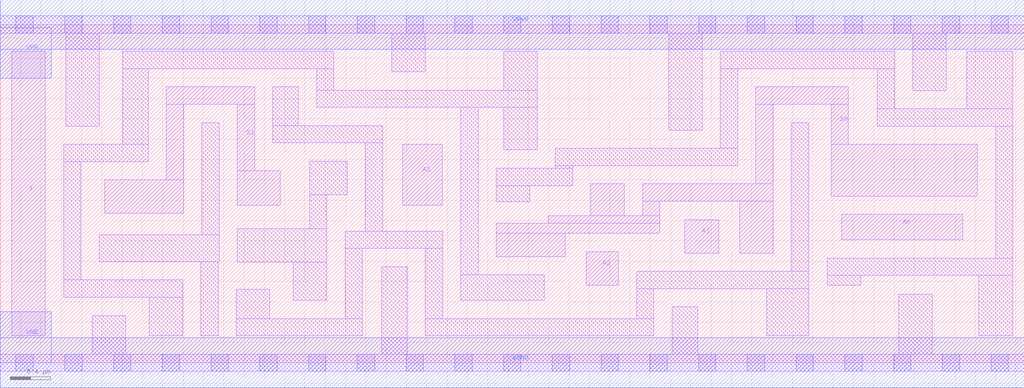
<source format=lef>
# Copyright 2020 The SkyWater PDK Authors
#
# Licensed under the Apache License, Version 2.0 (the "License");
# you may not use this file except in compliance with the License.
# You may obtain a copy of the License at
#
#     https://www.apache.org/licenses/LICENSE-2.0
#
# Unless required by applicable law or agreed to in writing, software
# distributed under the License is distributed on an "AS IS" BASIS,
# WITHOUT WARRANTIES OR CONDITIONS OF ANY KIND, either express or implied.
# See the License for the specific language governing permissions and
# limitations under the License.
#
# SPDX-License-Identifier: Apache-2.0

VERSION 5.5 ;
NAMESCASESENSITIVE ON ;
BUSBITCHARS "[]" ;
DIVIDERCHAR "/" ;
MACRO sky130_fd_sc_lp__mux4_lp
  CLASS CORE ;
  SOURCE USER ;
  ORIGIN  0.000000  0.000000 ;
  SIZE  10.08000 BY  3.330000 ;
  SYMMETRY X Y R90 ;
  SITE unit ;
  PIN A0
    ANTENNAGATEAREA  0.313000 ;
    DIRECTION INPUT ;
    USE SIGNAL ;
    PORT
      LAYER li1 ;
        RECT 8.285000 1.210000 9.475000 1.460000 ;
    END
  END A0
  PIN A1
    ANTENNAGATEAREA  0.313000 ;
    DIRECTION INPUT ;
    USE SIGNAL ;
    PORT
      LAYER li1 ;
        RECT 6.740000 1.080000 7.075000 1.410000 ;
    END
  END A1
  PIN A2
    ANTENNAGATEAREA  0.313000 ;
    DIRECTION INPUT ;
    USE SIGNAL ;
    PORT
      LAYER li1 ;
        RECT 5.770000 0.765000 6.085000 1.095000 ;
    END
  END A2
  PIN A3
    ANTENNAGATEAREA  0.313000 ;
    DIRECTION INPUT ;
    USE SIGNAL ;
    PORT
      LAYER li1 ;
        RECT 3.965000 1.550000 4.350000 2.150000 ;
    END
  END A3
  PIN S0
    ANTENNAGATEAREA  1.002000 ;
    DIRECTION INPUT ;
    USE SIGNAL ;
    PORT
      LAYER li1 ;
        RECT 4.885000 1.045000 5.565000 1.275000 ;
        RECT 4.885000 1.275000 6.495000 1.375000 ;
        RECT 5.395000 1.375000 6.495000 1.445000 ;
        RECT 5.815000 1.445000 6.145000 1.760000 ;
        RECT 6.325000 1.445000 6.495000 1.590000 ;
        RECT 6.325000 1.590000 7.610000 1.760000 ;
        RECT 7.280000 1.080000 7.610000 1.590000 ;
        RECT 7.440000 1.760000 7.610000 2.545000 ;
        RECT 7.440000 2.545000 8.350000 2.715000 ;
        RECT 8.180000 1.640000 9.620000 2.150000 ;
        RECT 8.180000 2.150000 8.350000 2.545000 ;
    END
  END S0
  PIN S1
    ANTENNAGATEAREA  0.689000 ;
    DIRECTION INPUT ;
    USE SIGNAL ;
    PORT
      LAYER li1 ;
        RECT 1.030000 1.470000 1.805000 1.800000 ;
        RECT 1.635000 1.800000 1.805000 2.545000 ;
        RECT 1.635000 2.545000 2.505000 2.715000 ;
        RECT 2.335000 1.550000 2.755000 1.890000 ;
        RECT 2.335000 1.890000 2.505000 2.545000 ;
    END
  END S1
  PIN X
    ANTENNADIFFAREA  0.404700 ;
    DIRECTION OUTPUT ;
    USE SIGNAL ;
    PORT
      LAYER li1 ;
        RECT 0.115000 0.265000 0.445000 3.065000 ;
    END
  END X
  PIN VGND
    DIRECTION INOUT ;
    USE GROUND ;
    PORT
      LAYER met1 ;
        RECT 0.000000 -0.245000 10.080000 0.245000 ;
    END
  END VGND
  PIN VNB
    DIRECTION INOUT ;
    USE GROUND ;
    PORT
      LAYER met1 ;
        RECT 0.000000 0.000000 0.500000 0.500000 ;
    END
  END VNB
  PIN VPB
    DIRECTION INOUT ;
    USE POWER ;
    PORT
      LAYER met1 ;
        RECT 0.000000 2.800000 0.500000 3.300000 ;
    END
  END VPB
  PIN VPWR
    DIRECTION INOUT ;
    USE POWER ;
    PORT
      LAYER met1 ;
        RECT 0.000000 3.085000 10.080000 3.575000 ;
    END
  END VPWR
  OBS
    LAYER li1 ;
      RECT 0.000000 -0.085000 10.080000 0.085000 ;
      RECT 0.000000  3.245000 10.080000 3.415000 ;
      RECT 0.625000  0.645000  1.795000 0.815000 ;
      RECT 0.625000  0.815000  0.795000 1.980000 ;
      RECT 0.625000  1.980000  1.455000 2.150000 ;
      RECT 0.645000  2.330000  0.975000 3.245000 ;
      RECT 0.905000  0.085000  1.235000 0.465000 ;
      RECT 0.975000  0.995000  2.155000 1.260000 ;
      RECT 1.205000  2.150000  1.455000 2.895000 ;
      RECT 1.205000  2.895000  3.285000 3.065000 ;
      RECT 1.465000  0.265000  1.795000 0.645000 ;
      RECT 1.975000  0.265000  2.145000 0.995000 ;
      RECT 1.985000  1.260000  2.155000 2.365000 ;
      RECT 2.325000  0.265000  3.565000 0.435000 ;
      RECT 2.325000  0.435000  2.655000 0.725000 ;
      RECT 2.335000  0.990000  3.215000 1.320000 ;
      RECT 2.685000  2.165000  3.765000 2.335000 ;
      RECT 2.685000  2.335000  2.935000 2.715000 ;
      RECT 2.885000  0.615000  3.215000 0.990000 ;
      RECT 3.045000  1.320000  3.215000 1.655000 ;
      RECT 3.045000  1.655000  3.415000 1.985000 ;
      RECT 3.115000  2.515000  5.285000 2.685000 ;
      RECT 3.115000  2.685000  3.285000 2.895000 ;
      RECT 3.395000  0.435000  3.565000 1.125000 ;
      RECT 3.395000  1.125000  4.355000 1.295000 ;
      RECT 3.595000  1.295000  3.765000 2.165000 ;
      RECT 3.755000  0.085000  4.005000 0.945000 ;
      RECT 3.855000  2.865000  4.185000 3.245000 ;
      RECT 4.185000  0.265000  6.435000 0.435000 ;
      RECT 4.185000  0.435000  4.355000 1.125000 ;
      RECT 4.535000  0.615000  5.355000 0.865000 ;
      RECT 4.535000  0.865000  4.705000 2.515000 ;
      RECT 4.885000  1.585000  5.215000 1.745000 ;
      RECT 4.885000  1.745000  5.635000 1.915000 ;
      RECT 4.955000  2.095000  5.285000 2.515000 ;
      RECT 4.955000  2.685000  5.285000 3.065000 ;
      RECT 5.465000  1.915000  5.635000 1.940000 ;
      RECT 5.465000  1.940000  7.260000 2.110000 ;
      RECT 6.265000  0.435000  6.435000 0.730000 ;
      RECT 6.265000  0.730000  7.960000 0.900000 ;
      RECT 6.580000  2.290000  6.910000 3.245000 ;
      RECT 6.615000  0.085000  6.865000 0.550000 ;
      RECT 7.090000  2.110000  7.260000 2.895000 ;
      RECT 7.090000  2.895000  8.805000 3.065000 ;
      RECT 7.545000  0.265000  7.960000 0.730000 ;
      RECT 7.790000  0.900000  7.960000 2.365000 ;
      RECT 8.140000  0.765000  8.470000 0.860000 ;
      RECT 8.140000  0.860000  9.970000 1.030000 ;
      RECT 8.635000  2.330000  9.970000 2.500000 ;
      RECT 8.635000  2.500000  8.805000 2.895000 ;
      RECT 8.845000  0.085000  9.175000 0.675000 ;
      RECT 8.985000  2.680000  9.315000 3.245000 ;
      RECT 9.515000  2.500000  9.970000 3.065000 ;
      RECT 9.635000  0.265000  9.970000 0.860000 ;
      RECT 9.800000  1.030000  9.970000 2.330000 ;
    LAYER mcon ;
      RECT 0.155000 -0.085000 0.325000 0.085000 ;
      RECT 0.155000  3.245000 0.325000 3.415000 ;
      RECT 0.635000 -0.085000 0.805000 0.085000 ;
      RECT 0.635000  3.245000 0.805000 3.415000 ;
      RECT 1.115000 -0.085000 1.285000 0.085000 ;
      RECT 1.115000  3.245000 1.285000 3.415000 ;
      RECT 1.595000 -0.085000 1.765000 0.085000 ;
      RECT 1.595000  3.245000 1.765000 3.415000 ;
      RECT 2.075000 -0.085000 2.245000 0.085000 ;
      RECT 2.075000  3.245000 2.245000 3.415000 ;
      RECT 2.555000 -0.085000 2.725000 0.085000 ;
      RECT 2.555000  3.245000 2.725000 3.415000 ;
      RECT 3.035000 -0.085000 3.205000 0.085000 ;
      RECT 3.035000  3.245000 3.205000 3.415000 ;
      RECT 3.515000 -0.085000 3.685000 0.085000 ;
      RECT 3.515000  3.245000 3.685000 3.415000 ;
      RECT 3.995000 -0.085000 4.165000 0.085000 ;
      RECT 3.995000  3.245000 4.165000 3.415000 ;
      RECT 4.475000 -0.085000 4.645000 0.085000 ;
      RECT 4.475000  3.245000 4.645000 3.415000 ;
      RECT 4.955000 -0.085000 5.125000 0.085000 ;
      RECT 4.955000  3.245000 5.125000 3.415000 ;
      RECT 5.435000 -0.085000 5.605000 0.085000 ;
      RECT 5.435000  3.245000 5.605000 3.415000 ;
      RECT 5.915000 -0.085000 6.085000 0.085000 ;
      RECT 5.915000  3.245000 6.085000 3.415000 ;
      RECT 6.395000 -0.085000 6.565000 0.085000 ;
      RECT 6.395000  3.245000 6.565000 3.415000 ;
      RECT 6.875000 -0.085000 7.045000 0.085000 ;
      RECT 6.875000  3.245000 7.045000 3.415000 ;
      RECT 7.355000 -0.085000 7.525000 0.085000 ;
      RECT 7.355000  3.245000 7.525000 3.415000 ;
      RECT 7.835000 -0.085000 8.005000 0.085000 ;
      RECT 7.835000  3.245000 8.005000 3.415000 ;
      RECT 8.315000 -0.085000 8.485000 0.085000 ;
      RECT 8.315000  3.245000 8.485000 3.415000 ;
      RECT 8.795000 -0.085000 8.965000 0.085000 ;
      RECT 8.795000  3.245000 8.965000 3.415000 ;
      RECT 9.275000 -0.085000 9.445000 0.085000 ;
      RECT 9.275000  3.245000 9.445000 3.415000 ;
      RECT 9.755000 -0.085000 9.925000 0.085000 ;
      RECT 9.755000  3.245000 9.925000 3.415000 ;
  END
END sky130_fd_sc_lp__mux4_lp

</source>
